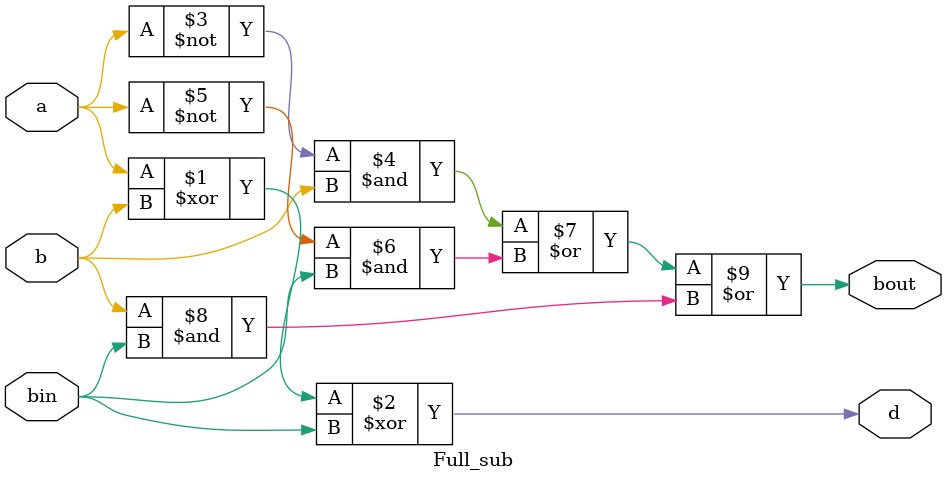
<source format=v>
`timescale 1ns / 1ps


module Full_sub(
    input a,b,bin,
    output d,bout
    );
    
// DATAFLOW MODELLING
assign d= a^b^bin;
assign bout= (~a&b) | (~a&bin) | (b&bin);




endmodule

</source>
